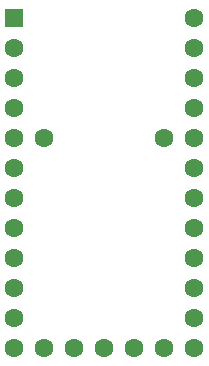
<source format=gbr>
%TF.GenerationSoftware,KiCad,Pcbnew,7.0.8*%
%TF.CreationDate,2023-11-08T21:29:47-08:00*%
%TF.ProjectId,ff,66662e6b-6963-4616-945f-706362585858,rev?*%
%TF.SameCoordinates,Original*%
%TF.FileFunction,Copper,L2,Bot*%
%TF.FilePolarity,Positive*%
%FSLAX46Y46*%
G04 Gerber Fmt 4.6, Leading zero omitted, Abs format (unit mm)*
G04 Created by KiCad (PCBNEW 7.0.8) date 2023-11-08 21:29:47*
%MOMM*%
%LPD*%
G01*
G04 APERTURE LIST*
%TA.AperFunction,ComponentPad*%
%ADD10R,1.600000X1.600000*%
%TD*%
%TA.AperFunction,ComponentPad*%
%ADD11C,1.600000*%
%TD*%
G04 APERTURE END LIST*
D10*
%TO.P,REF\u002A\u002A,1*%
%TO.N,N/C*%
X144360000Y-58700000D03*
D11*
%TO.P,REF\u002A\u002A,2*%
X144360000Y-61240000D03*
%TO.P,REF\u002A\u002A,3*%
X144360000Y-63780000D03*
%TO.P,REF\u002A\u002A,4*%
X144360000Y-66320000D03*
%TO.P,REF\u002A\u002A,5*%
X144360000Y-68860000D03*
%TO.P,REF\u002A\u002A,6*%
X144360000Y-71400000D03*
%TO.P,REF\u002A\u002A,7*%
X144360000Y-73940000D03*
%TO.P,REF\u002A\u002A,8*%
X144360000Y-76480000D03*
%TO.P,REF\u002A\u002A,9*%
X144360000Y-79020000D03*
%TO.P,REF\u002A\u002A,10*%
X144360000Y-81560000D03*
%TO.P,REF\u002A\u002A,11*%
X144360000Y-84100000D03*
%TO.P,REF\u002A\u002A,12*%
X144360000Y-86640000D03*
%TO.P,REF\u002A\u002A,13*%
X146900000Y-86640000D03*
%TO.P,REF\u002A\u002A,14*%
X149440000Y-86640000D03*
%TO.P,REF\u002A\u002A,15*%
X151980000Y-86640000D03*
%TO.P,REF\u002A\u002A,16*%
X154520000Y-86640000D03*
%TO.P,REF\u002A\u002A,17*%
X157060000Y-86640000D03*
%TO.P,REF\u002A\u002A,18*%
X159600000Y-86640000D03*
%TO.P,REF\u002A\u002A,19*%
X159600000Y-84100000D03*
%TO.P,REF\u002A\u002A,20*%
X159600000Y-81560000D03*
%TO.P,REF\u002A\u002A,21*%
X159600000Y-79020000D03*
%TO.P,REF\u002A\u002A,22*%
X159600000Y-76480000D03*
%TO.P,REF\u002A\u002A,23*%
X159600000Y-73940000D03*
%TO.P,REF\u002A\u002A,24*%
X159600000Y-71400000D03*
%TO.P,REF\u002A\u002A,25*%
X159600000Y-68860000D03*
%TO.P,REF\u002A\u002A,26*%
X159600000Y-66320000D03*
%TO.P,REF\u002A\u002A,27*%
X159600000Y-63780000D03*
%TO.P,REF\u002A\u002A,28*%
X159600000Y-61240000D03*
%TO.P,REF\u002A\u002A,29*%
X159600000Y-58700000D03*
%TO.P,REF\u002A\u002A,30*%
X146900000Y-68860000D03*
%TO.P,REF\u002A\u002A,31*%
X157060000Y-68860000D03*
%TD*%
M02*

</source>
